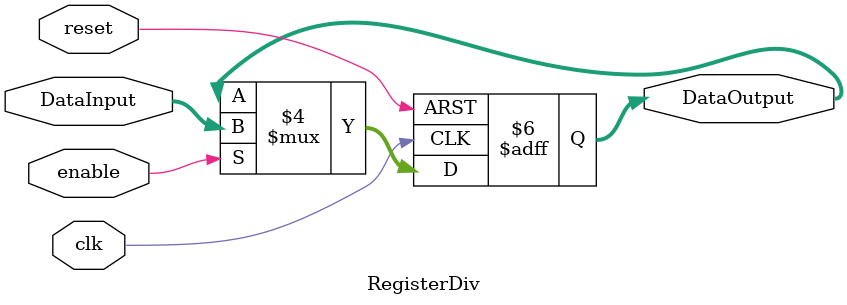
<source format=v>
/******************************************************************
* Description
*	This the basic register that is used in the register file
*	1.0
* Author:
*	Othon Alejandro Escandon Azpeitia
* Date:
*	20/04/2019
******************************************************************/
module RegisterDiv
#(
	parameter N=32
)
(
	input clk,
	input reset,
	input enable,
	input  [N-1:0] DataInput,
	
	output reg [N-1:0] DataOutput
);

always@(negedge reset or posedge clk) begin
	if(reset==0)
		DataOutput <= 0;
	else	
		if(enable==1)
			DataOutput<=DataInput;
end

endmodule
//register
</source>
